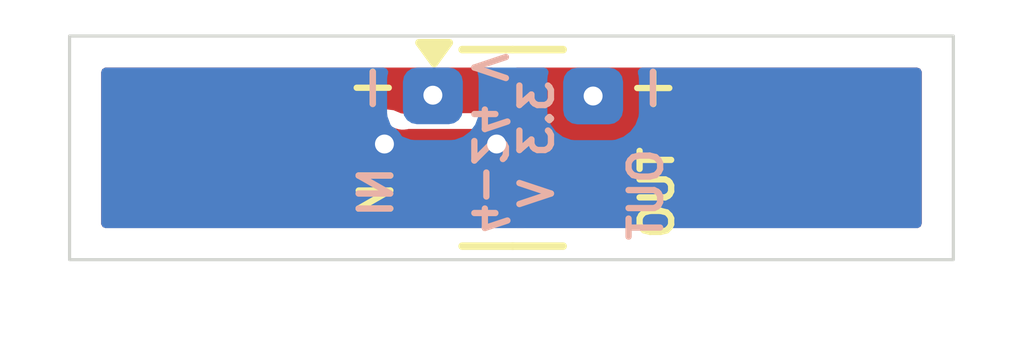
<source format=kicad_pcb>
(kicad_pcb (version 20221018) (generator pcbnew)
  (layers (0 "F.Cu" signal) (31 "B.Cu" signal) (34 "B.Paste" user) (35 "F.Paste" user) (36 "B.SilkS" user "B.Silkscreen") (37 "F.SilkS" user "F.Silkscreen") (38 "B.Mask" user) (39 "F.Mask" user) (44 "Edge.Cuts" user))
  (net 0 "")
  (net 1 "Net-(U1-OUT)")
  (net 2 "Net-(U1-GND)")
  (net 3 "Net-(U1-EN)")
  (footprint "TestPoint:TestPoint_Keystone_5019_Minature" (layer "F.Cu") (at 52.451 51.689)
    (fp_text reference "TP1" hide)
    (fp_text value "TestPoint")
    (pad "1" smd rect (at 0 0) (size 3.8 2) (layers "F.Cu" "F.Paste" "F.Mask") (net 3 "Net-(U1-EN)"))
  )
  (footprint "TestPoint:TestPoint_Keystone_5019_Minature" (layer "F.Cu") (at 61.595 51.689)
    (fp_text reference "TP3" hide)
    (fp_text value "TestPoint")
    (pad "1" smd rect (at 0 0) (size 3.8 2) (layers "F.Cu" "F.Paste" "F.Mask") (net 1 "Net-(U1-OUT)"))
  )
  (footprint "Package_TO_SOT_SMD:SOT-23-5" (layer "F.Cu") (at 57.023 51.75)
    (fp_text reference "U1" hide)
    (fp_text value "NCP718xSN330")
    (fp_line (start 0 -1.56) (end -0.8 -1.56) (stroke (width 0.12)) (layer "F.SilkS"))
    (fp_line (start 0 -1.56) (end 0.8 -1.56) (stroke (width 0.12)) (layer "F.SilkS"))
    (fp_line (start 0 1.56) (end -0.8 1.56) (stroke (width 0.12)) (layer "F.SilkS"))
    (fp_line (start 0 1.56) (end 0.8 1.56) (stroke (width 0.12)) (layer "F.SilkS"))
    (fp_poly (pts (xy -1.484016 -1.668845) (xy -1.004016 -1.668845) (xy -1.244016 -1.338845)) (stroke (width 0.12)) (fill solid) (layer "F.SilkS"))
    (pad "1" smd roundrect (at -1.1375 -0.95) (size 1.325 0.6) (layers "F.Cu" "F.Paste" "F.Mask") (net 3 "Net-(U1-EN)"))
    (pad "2" smd roundrect (at -1.1375 0) (size 1.325 0.6) (layers "F.Cu" "F.Paste" "F.Mask") (net 2 "Net-(U1-GND)"))
    (pad "3" smd roundrect (at -1.1375 0.95) (size 1.325 0.6) (layers "F.Cu" "F.Paste" "F.Mask") (net 3 "Net-(U1-EN)"))
    (pad "4" smd roundrect (at 1.1375 0.95) (size 1.325 0.6) (layers "F.Cu" "F.Paste" "F.Mask"))
    (pad "5" smd roundrect (at 1.1375 -0.95) (size 1.325 0.6) (layers "F.Cu" "F.Paste" "F.Mask") (net 1 "Net-(U1-OUT)"))
  )
  (footprint "TestPoint:TestPoint_Keystone_5019_Minature" (layer "B.Cu") (at 61.595 51.689 180)
    (fp_text reference "TP4" hide)
    (fp_text value "TestPoint" hide)
    (pad "1" smd rect (at 0 0 180) (size 3.8 2) (layers "B.Cu" "B.Paste" "B.Mask") (net 2 "Net-(U1-GND)"))
  )
  (footprint "Capacitor_SMD:C_0603_1608Metric" (layer "B.Cu") (at 58.2985 51.702 -90)
    (fp_text reference "C1" hide)
    (fp_text value "1uF")
    (pad "1" smd roundrect (at -0.775 0 270) (size 0.9 0.95) (layers "B.Cu" "B.Paste" "B.Mask") (net 1 "Net-(U1-OUT)"))
    (pad "2" smd roundrect (at 0.775 0 270) (size 0.9 0.95) (layers "B.Cu" "B.Paste" "B.Mask") (net 2 "Net-(U1-GND)"))
  )
  (footprint "TestPoint:TestPoint_Keystone_5019_Minature" (layer "B.Cu") (at 52.451 51.689 180)
    (fp_text reference "TP2" hide)
    (fp_text value "TestPoint" hide)
    (pad "1" smd rect (at 0 0 180) (size 3.8 2) (layers "B.Cu" "B.Paste" "B.Mask") (net 2 "Net-(U1-GND)"))
  )
  (footprint "Capacitor_SMD:C_0603_1608Metric" (layer "B.Cu") (at 55.7585 51.7 -90)
    (fp_text reference "C2" hide)
    (fp_text value "1uF")
    (pad "1" smd roundrect (at -0.775 0 270) (size 0.9 0.95) (layers "B.Cu" "B.Paste" "B.Mask") (net 3 "Net-(U1-EN)"))
    (pad "2" smd roundrect (at 0.775 0 270) (size 0.9 0.95) (layers "B.Cu" "B.Paste" "B.Mask") (net 2 "Net-(U1-GND)"))
  )
  (gr_line (start 54.805576 51.054238) (end 54.805576 50.546238) (stroke (width 0.1)) (layer "B.SilkS"))
  (gr_line (start 59.245782 50.54205) (end 59.245782 51.05005) (stroke (width 0.1)) (layer "B.SilkS"))
  (gr_line (start 54.805576 50.54205) (end 54.805576 51.05005) (stroke (width 0.1)) (layer "F.SilkS"))
  (gr_line (start 55.059576 50.79605) (end 54.551576 50.79605) (stroke (width 0.1)) (layer "F.SilkS"))
  (gr_line (start 59.251826 50.546079) (end 59.251826 51.054079) (stroke (width 0.1)) (layer "F.SilkS"))
  (gr_line (start 59.505826 50.800079) (end 58.997826 50.800079) (stroke (width 0.1)) (layer "F.SilkS"))
  (gr_rect (start 50 49.975) (end 64.008 53.525) (stroke (width 0.05)) (fill none) (layer "Edge.Cuts"))
  (gr_text "IN" (at 54.807511 52.451 -90) (layer "B.SilkS") (effects (font (size 0.5 0.5) (thickness 0.1) bold) (justify mirror)))
  (gr_text "4-24 V\n" (at 56.642 51.689 -90) (layer "B.SilkS") (effects (font (size 0.5 0.5) (thickness 0.1) bold) (justify mirror)))
  (gr_text "3.3 V" (at 57.404 51.689 90) (layer "B.SilkS") (effects (font (size 0.5 0.5) (thickness 0.1) bold) (justify mirror)))
  (gr_text "OUT" (at 59.134289 52.491795 90) (layer "B.SilkS") (effects (font (size 0.5 0.5) (thickness 0.1) bold) (justify mirror)))
  (gr_text "OUT" (at 59.309 52.464598 90) (layer "F.SilkS") (effects (font (size 0.5 0.5) (thickness 0.1) bold)))
  (gr_text "IN" (at 54.809526 52.451 -90) (layer "F.SilkS") (effects (font (size 0.5 0.5) (thickness 0.1) bold)))
  (via (at 58.2985 50.927) (size 0.6) (drill 0.3) (layers "F.Cu" "B.Cu") (net 1))
  (via (at 54.991 51.689) (size 0.6) (drill 0.3) (layers "F.Cu" "B.Cu") (net 2))
  (via (at 56.769 51.689) (size 0.6) (drill 0.3) (layers "F.Cu" "B.Cu") (net 2))
  (via (at 55.7585 50.914) (size 0.6) (drill 0.3) (layers "F.Cu" "B.Cu") (net 3))
  (zone (net 1) (net_name "Net-(U1-OUT)") (layer "F.Cu") (priority 2) (connect_pads yes (clearance 0.25)) (min_thickness 0.15) (fill yes (thermal_gap 0.5) (thermal_bridge_width 0.5))
    (polygon (pts (xy 57.023 49.53) (xy 64.77 49.53) (xy 64.77 54.61) (xy 57.023 54.61)))
  )
  (zone (net 3) (net_name "Net-(U1-EN)") (layer "F.Cu") (priority 1) (connect_pads yes (clearance 0.25)) (min_thickness 0.15) (fill yes (thermal_gap 0.5) (thermal_bridge_width 0.5))
    (polygon (pts (xy 49.53 49.53) (xy 57.023 49.53) (xy 57.023 54.61) (xy 49.53 54.61)))
  )
  (zone (net 2) (net_name "Net-(U1-GND)") (layers "F&B.Cu") (connect_pads yes (clearance 0.25)) (min_thickness 0.15) (fill yes (thermal_gap 0.5) (thermal_bridge_width 0.5))
    (polygon (pts (xy 49.403 49.403) (xy 64.897 49.403) (xy 64.897 54.737) (xy 49.403 54.737)))
  )
)
</source>
